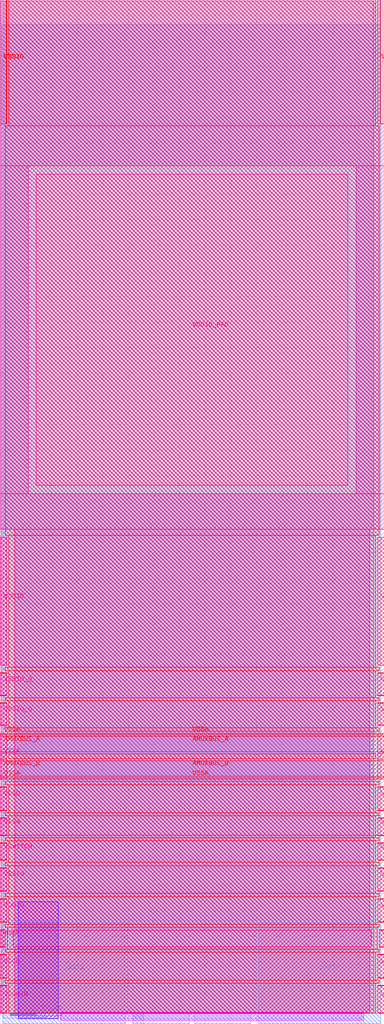
<source format=lef>
VERSION 5.7 ;
  NOWIREEXTENSIONATPIN ON ;
  DIVIDERCHAR "/" ;
  BUSBITCHARS "[]" ;
MACRO sky130_ef_io__vddio_hvc_clamped_pad
  CLASS PAD POWER ;
  FOREIGN sky130_ef_io__vddio_hvc_clamped_pad ;
  ORIGIN 0.000 0.000 ;
  SIZE 75.000 BY 197.965 ;
  PIN AMUXBUS_A
    DIRECTION INOUT ;
    USE SIGNAL ;
    PORT
      LAYER met4 ;
        RECT 0.000 51.090 75.000 54.070 ;
    END
    PORT
      LAYER met4 ;
        RECT 0.000 51.090 1.270 54.070 ;
    END
  END AMUXBUS_A
  PIN AMUXBUS_B
    DIRECTION INOUT ;
    USE SIGNAL ;
    PORT
      LAYER met4 ;
        RECT 0.000 46.330 75.000 49.310 ;
    END
    PORT
      LAYER met4 ;
        RECT 0.000 46.330 1.270 49.310 ;
    END
  END AMUXBUS_B
  PIN VDDIO_PAD
    DIRECTION INOUT ;
    USE POWER ;
    PORT
      LAYER met5 ;
        RECT 7.050 103.085 67.890 163.910 ;
    END
  END VDDIO_PAD
  PIN VSSA
    DIRECTION INOUT ;
    USE GROUND ;
    PORT
      LAYER met5 ;
        RECT 73.730 45.700 75.000 54.700 ;
    END
    PORT
      LAYER met5 ;
        RECT 73.730 34.805 75.000 38.050 ;
    END
    PORT
      LAYER met5 ;
        RECT 0.000 45.700 1.270 54.700 ;
    END
    PORT
      LAYER met5 ;
        RECT 0.000 34.805 1.270 38.050 ;
    END
    PORT
      LAYER met4 ;
        RECT 73.730 49.610 75.000 50.790 ;
    END
    PORT
      LAYER met4 ;
        RECT 0.000 54.370 75.000 54.700 ;
    END
    PORT
      LAYER met4 ;
        RECT 0.000 45.700 75.000 46.030 ;
    END
    PORT
      LAYER met4 ;
        RECT 73.730 34.700 75.000 38.150 ;
    END
    PORT
      LAYER met4 ;
        RECT 0.000 45.700 1.270 46.030 ;
    END
    PORT
      LAYER met4 ;
        RECT 0.000 49.610 1.270 50.790 ;
    END
    PORT
      LAYER met4 ;
        RECT 0.000 54.370 1.270 54.700 ;
    END
    PORT
      LAYER met4 ;
        RECT 0.000 34.700 1.270 38.150 ;
    END
  END VSSA
  PIN VDDA
    DIRECTION INOUT ;
    USE POWER ;
    PORT
      LAYER met5 ;
        RECT 74.035 13.000 75.000 16.250 ;
    END
    PORT
      LAYER met5 ;
        RECT 0.000 13.000 0.965 16.250 ;
    END
    PORT
      LAYER met4 ;
        RECT 74.035 12.900 75.000 16.350 ;
    END
    PORT
      LAYER met4 ;
        RECT 0.000 12.900 0.965 16.350 ;
    END
  END VDDA
  PIN VSWITCH
    DIRECTION INOUT ;
    USE POWER ;
    PORT
      LAYER met5 ;
        RECT 73.730 29.950 75.000 33.200 ;
    END
    PORT
      LAYER met5 ;
        RECT 0.000 29.950 1.270 33.200 ;
    END
    PORT
      LAYER met4 ;
        RECT 73.730 29.850 75.000 33.300 ;
    END
    PORT
      LAYER met4 ;
        RECT 0.000 29.850 1.270 33.300 ;
    END
  END VSWITCH
  PIN VDDIO_Q
    DIRECTION INOUT ;
    USE POWER ;
    PORT
      LAYER met5 ;
        RECT 73.730 62.150 75.000 66.400 ;
    END
    PORT
      LAYER met5 ;
        RECT 0.000 62.150 1.270 66.400 ;
    END
    PORT
      LAYER met4 ;
        RECT 73.730 62.050 75.000 66.500 ;
    END
    PORT
      LAYER met4 ;
        RECT 0.000 62.050 1.270 66.500 ;
    END
  END VDDIO_Q
  PIN VCCHIB
    DIRECTION INOUT ;
    USE POWER ;
    PORT
      LAYER met5 ;
        RECT 73.730 0.100 75.000 5.350 ;
    END
    PORT
      LAYER met5 ;
        RECT 0.000 0.100 1.270 5.350 ;
    END
    PORT
      LAYER met4 ;
        RECT 73.730 0.000 75.000 5.450 ;
    END
    PORT
      LAYER met4 ;
        RECT 0.000 0.000 1.270 5.450 ;
    END
  END VCCHIB
  PIN VDDIO
    DIRECTION INOUT ;
    USE POWER ;
    PORT
      LAYER met3 ;
        RECT 50.390 -2.035 74.290 17.765 ;
    END
    PORT
      LAYER met3 ;
        RECT 0.495 -2.035 24.395 17.765 ;
    END
    PORT
      LAYER met5 ;
        RECT 73.730 68.000 75.000 92.950 ;
    END
    PORT
      LAYER met5 ;
        RECT 73.730 17.850 75.000 22.300 ;
    END
    PORT
      LAYER met5 ;
        RECT 0.000 68.000 1.270 92.950 ;
    END
    PORT
      LAYER met5 ;
        RECT 0.000 17.850 1.270 22.300 ;
    END
    PORT
      LAYER met4 ;
        RECT 73.730 17.750 75.000 22.400 ;
    END
    PORT
      LAYER met4 ;
        RECT 73.730 68.000 75.000 92.965 ;
    END
    PORT
      LAYER met4 ;
        RECT 0.000 17.750 1.270 22.400 ;
    END
    PORT
      LAYER met4 ;
        RECT 0.000 68.000 1.270 92.965 ;
    END
  END VDDIO
  PIN VCCD
    DIRECTION INOUT ;
    USE POWER ;
    PORT
      LAYER met5 ;
        RECT 73.730 6.950 75.000 11.400 ;
    END
    PORT
      LAYER met5 ;
        RECT 0.000 6.950 1.270 11.400 ;
    END
    PORT
      LAYER met4 ;
        RECT 73.730 6.850 75.000 11.500 ;
    END
    PORT
      LAYER met4 ;
        RECT 0.000 6.850 1.270 11.500 ;
    END
  END VCCD
  PIN VSSIO
    DIRECTION INOUT ;
    USE GROUND ;
    PORT
      LAYER met4 ;
        RECT 0.000 173.750 1.205 197.965 ;
    END
    PORT
      LAYER met4 ;
        RECT 74.225 173.750 75.000 197.965 ;
    END
    PORT
      LAYER met5 ;
        RECT 73.730 23.900 75.000 28.350 ;
    END
    PORT
      LAYER met5 ;
        RECT 0.000 23.900 1.270 28.350 ;
    END
    PORT
      LAYER met4 ;
        RECT 73.730 23.800 75.000 28.450 ;
    END
    PORT
      LAYER met4 ;
        RECT 73.730 173.750 75.000 197.965 ;
    END
    PORT
      LAYER met4 ;
        RECT 0.000 173.750 1.270 197.965 ;
    END
    PORT
      LAYER met4 ;
        RECT 0.000 23.800 1.270 28.450 ;
    END
  END VSSIO
  PIN VSSD
    DIRECTION INOUT ;
    USE GROUND ;
    PORT
      LAYER met5 ;
        RECT 73.730 39.650 75.000 44.100 ;
    END
    PORT
      LAYER met5 ;
        RECT 0.000 39.650 1.270 44.100 ;
    END
    PORT
      LAYER met4 ;
        RECT 73.730 39.550 75.000 44.200 ;
    END
    PORT
      LAYER met4 ;
        RECT 0.000 39.550 1.270 44.200 ;
    END
  END VSSD
  PIN VSSIO_Q
    DIRECTION INOUT ;
    USE GROUND ;
    PORT
      LAYER met5 ;
        RECT 73.730 56.300 75.000 60.550 ;
    END
    PORT
      LAYER met5 ;
        RECT 0.000 56.300 1.270 60.550 ;
    END
    PORT
      LAYER met4 ;
        RECT 73.730 56.200 75.000 60.650 ;
    END
    PORT
      LAYER met4 ;
        RECT 0.000 56.200 1.270 60.650 ;
    END
  END VSSIO_Q
  OBS
      LAYER pwell ;
        RECT 3.495 -1.100 11.285 21.755 ;
      LAYER nwell ;
        RECT 11.860 -1.350 70.965 0.170 ;
      LAYER li1 ;
        RECT 0.610 0.000 72.855 197.660 ;
        RECT 0.610 -0.970 11.155 0.000 ;
        RECT 12.035 -0.115 13.045 0.000 ;
        RECT 69.730 -0.115 70.680 0.000 ;
        RECT 12.035 -1.065 70.680 -0.115 ;
      LAYER met1 ;
        RECT 0.185 0.000 72.915 197.690 ;
        RECT 3.625 -0.905 8.855 0.000 ;
        RECT 12.035 -0.115 13.350 0.000 ;
        POLYGON 13.350 0.000 13.465 -0.115 13.350 -0.115 ;
        POLYGON 69.540 0.000 69.540 -0.115 69.425 -0.115 ;
        RECT 69.540 -0.115 70.680 0.000 ;
        RECT 12.035 -1.065 70.680 -0.115 ;
      LAYER met2 ;
        RECT 0.265 0.000 74.290 193.040 ;
        RECT 0.495 -2.035 24.395 0.000 ;
        RECT 25.895 -2.035 27.895 -0.115 ;
        RECT 50.390 -2.035 74.290 0.000 ;
      LAYER met3 ;
        RECT 0.240 18.165 74.290 197.965 ;
        RECT 24.795 0.000 49.990 18.165 ;
        RECT 25.895 -2.035 36.895 0.000 ;
        RECT 37.890 -2.035 48.890 0.000 ;
      LAYER met4 ;
        RECT 1.670 173.350 73.330 197.965 ;
        RECT 0.965 93.365 74.035 173.350 ;
        RECT 1.670 67.600 73.330 93.365 ;
        RECT 0.965 66.900 74.035 67.600 ;
        RECT 1.670 61.650 73.330 66.900 ;
        RECT 0.965 61.050 74.035 61.650 ;
        RECT 1.670 55.800 73.330 61.050 ;
        RECT 0.965 55.100 74.035 55.800 ;
        RECT 1.670 49.710 73.330 50.690 ;
        RECT 0.965 44.600 74.035 45.300 ;
        RECT 1.670 39.150 73.330 44.600 ;
        RECT 0.965 38.550 74.035 39.150 ;
        RECT 1.670 34.300 73.330 38.550 ;
        RECT 0.965 33.700 74.035 34.300 ;
        RECT 1.670 29.450 73.330 33.700 ;
        RECT 0.965 28.850 74.035 29.450 ;
        RECT 1.670 23.400 73.330 28.850 ;
        RECT 0.965 22.800 74.035 23.400 ;
        RECT 1.670 17.350 73.330 22.800 ;
        RECT 0.965 16.750 74.035 17.350 ;
        RECT 1.365 12.500 73.635 16.750 ;
        RECT 0.965 11.900 74.035 12.500 ;
        RECT 1.670 6.450 73.330 11.900 ;
        RECT 0.965 5.850 74.035 6.450 ;
        RECT 1.670 0.000 73.330 5.850 ;
      LAYER met5 ;
        RECT 0.000 165.510 75.000 197.965 ;
        RECT 0.000 101.485 5.450 165.510 ;
        RECT 69.490 101.485 75.000 165.510 ;
        RECT 0.000 94.550 75.000 101.485 ;
        RECT 2.870 34.805 72.130 94.550 ;
        RECT 0.000 34.800 75.000 34.805 ;
        RECT 2.870 16.250 72.130 34.800 ;
        RECT 2.565 13.000 72.435 16.250 ;
        RECT 2.870 0.100 72.130 13.000 ;
  END
END sky130_ef_io__vddio_hvc_clamped_pad
END LIBRARY


</source>
